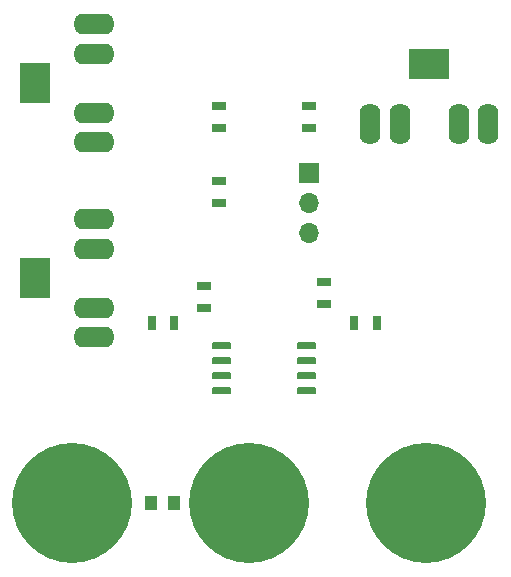
<source format=gbr>
G04 #@! TF.GenerationSoftware,KiCad,Pcbnew,(5.1.2)-1*
G04 #@! TF.CreationDate,2019-05-17T11:10:20-07:00*
G04 #@! TF.ProjectId,VNA2019soundcard,564e4132-3031-4397-936f-756e64636172,rev?*
G04 #@! TF.SameCoordinates,Original*
G04 #@! TF.FileFunction,Soldermask,Top*
G04 #@! TF.FilePolarity,Negative*
%FSLAX46Y46*%
G04 Gerber Fmt 4.6, Leading zero omitted, Abs format (unit mm)*
G04 Created by KiCad (PCBNEW (5.1.2)-1) date 2019-05-17 11:10:20*
%MOMM*%
%LPD*%
G04 APERTURE LIST*
%ADD10O,3.500000X1.750000*%
%ADD11R,2.500000X3.500000*%
%ADD12O,1.750000X3.500000*%
%ADD13R,3.500000X2.500000*%
%ADD14C,10.160000*%
%ADD15C,0.100000*%
%ADD16C,0.600000*%
%ADD17R,0.700000X1.300000*%
%ADD18R,1.300000X0.700000*%
%ADD19R,1.000000X1.250000*%
%ADD20R,1.700000X1.700000*%
%ADD21O,1.700000X1.700000*%
G04 APERTURE END LIST*
D10*
X32620000Y-60920000D03*
X32620000Y-55920000D03*
X32620000Y-63420000D03*
X32620000Y-53420000D03*
D11*
X27614000Y-58420000D03*
D10*
X32620000Y-77430000D03*
X32620000Y-72430000D03*
X32620000Y-79930000D03*
X32620000Y-69930000D03*
D11*
X27614000Y-74930000D03*
D12*
X58460000Y-61830000D03*
X63460000Y-61830000D03*
X55960000Y-61830000D03*
X65960000Y-61830000D03*
D13*
X60960000Y-56824000D03*
D14*
X30730000Y-93980000D03*
X60700000Y-93980000D03*
X45720000Y-93980000D03*
D15*
G36*
X51254703Y-80345722D02*
G01*
X51269264Y-80347882D01*
X51283543Y-80351459D01*
X51297403Y-80356418D01*
X51310710Y-80362712D01*
X51323336Y-80370280D01*
X51335159Y-80379048D01*
X51346066Y-80388934D01*
X51355952Y-80399841D01*
X51364720Y-80411664D01*
X51372288Y-80424290D01*
X51378582Y-80437597D01*
X51383541Y-80451457D01*
X51387118Y-80465736D01*
X51389278Y-80480297D01*
X51390000Y-80495000D01*
X51390000Y-80795000D01*
X51389278Y-80809703D01*
X51387118Y-80824264D01*
X51383541Y-80838543D01*
X51378582Y-80852403D01*
X51372288Y-80865710D01*
X51364720Y-80878336D01*
X51355952Y-80890159D01*
X51346066Y-80901066D01*
X51335159Y-80910952D01*
X51323336Y-80919720D01*
X51310710Y-80927288D01*
X51297403Y-80933582D01*
X51283543Y-80938541D01*
X51269264Y-80942118D01*
X51254703Y-80944278D01*
X51240000Y-80945000D01*
X49940000Y-80945000D01*
X49925297Y-80944278D01*
X49910736Y-80942118D01*
X49896457Y-80938541D01*
X49882597Y-80933582D01*
X49869290Y-80927288D01*
X49856664Y-80919720D01*
X49844841Y-80910952D01*
X49833934Y-80901066D01*
X49824048Y-80890159D01*
X49815280Y-80878336D01*
X49807712Y-80865710D01*
X49801418Y-80852403D01*
X49796459Y-80838543D01*
X49792882Y-80824264D01*
X49790722Y-80809703D01*
X49790000Y-80795000D01*
X49790000Y-80495000D01*
X49790722Y-80480297D01*
X49792882Y-80465736D01*
X49796459Y-80451457D01*
X49801418Y-80437597D01*
X49807712Y-80424290D01*
X49815280Y-80411664D01*
X49824048Y-80399841D01*
X49833934Y-80388934D01*
X49844841Y-80379048D01*
X49856664Y-80370280D01*
X49869290Y-80362712D01*
X49882597Y-80356418D01*
X49896457Y-80351459D01*
X49910736Y-80347882D01*
X49925297Y-80345722D01*
X49940000Y-80345000D01*
X51240000Y-80345000D01*
X51254703Y-80345722D01*
X51254703Y-80345722D01*
G37*
D16*
X50590000Y-80645000D03*
D15*
G36*
X51254703Y-81615722D02*
G01*
X51269264Y-81617882D01*
X51283543Y-81621459D01*
X51297403Y-81626418D01*
X51310710Y-81632712D01*
X51323336Y-81640280D01*
X51335159Y-81649048D01*
X51346066Y-81658934D01*
X51355952Y-81669841D01*
X51364720Y-81681664D01*
X51372288Y-81694290D01*
X51378582Y-81707597D01*
X51383541Y-81721457D01*
X51387118Y-81735736D01*
X51389278Y-81750297D01*
X51390000Y-81765000D01*
X51390000Y-82065000D01*
X51389278Y-82079703D01*
X51387118Y-82094264D01*
X51383541Y-82108543D01*
X51378582Y-82122403D01*
X51372288Y-82135710D01*
X51364720Y-82148336D01*
X51355952Y-82160159D01*
X51346066Y-82171066D01*
X51335159Y-82180952D01*
X51323336Y-82189720D01*
X51310710Y-82197288D01*
X51297403Y-82203582D01*
X51283543Y-82208541D01*
X51269264Y-82212118D01*
X51254703Y-82214278D01*
X51240000Y-82215000D01*
X49940000Y-82215000D01*
X49925297Y-82214278D01*
X49910736Y-82212118D01*
X49896457Y-82208541D01*
X49882597Y-82203582D01*
X49869290Y-82197288D01*
X49856664Y-82189720D01*
X49844841Y-82180952D01*
X49833934Y-82171066D01*
X49824048Y-82160159D01*
X49815280Y-82148336D01*
X49807712Y-82135710D01*
X49801418Y-82122403D01*
X49796459Y-82108543D01*
X49792882Y-82094264D01*
X49790722Y-82079703D01*
X49790000Y-82065000D01*
X49790000Y-81765000D01*
X49790722Y-81750297D01*
X49792882Y-81735736D01*
X49796459Y-81721457D01*
X49801418Y-81707597D01*
X49807712Y-81694290D01*
X49815280Y-81681664D01*
X49824048Y-81669841D01*
X49833934Y-81658934D01*
X49844841Y-81649048D01*
X49856664Y-81640280D01*
X49869290Y-81632712D01*
X49882597Y-81626418D01*
X49896457Y-81621459D01*
X49910736Y-81617882D01*
X49925297Y-81615722D01*
X49940000Y-81615000D01*
X51240000Y-81615000D01*
X51254703Y-81615722D01*
X51254703Y-81615722D01*
G37*
D16*
X50590000Y-81915000D03*
D15*
G36*
X51254703Y-82885722D02*
G01*
X51269264Y-82887882D01*
X51283543Y-82891459D01*
X51297403Y-82896418D01*
X51310710Y-82902712D01*
X51323336Y-82910280D01*
X51335159Y-82919048D01*
X51346066Y-82928934D01*
X51355952Y-82939841D01*
X51364720Y-82951664D01*
X51372288Y-82964290D01*
X51378582Y-82977597D01*
X51383541Y-82991457D01*
X51387118Y-83005736D01*
X51389278Y-83020297D01*
X51390000Y-83035000D01*
X51390000Y-83335000D01*
X51389278Y-83349703D01*
X51387118Y-83364264D01*
X51383541Y-83378543D01*
X51378582Y-83392403D01*
X51372288Y-83405710D01*
X51364720Y-83418336D01*
X51355952Y-83430159D01*
X51346066Y-83441066D01*
X51335159Y-83450952D01*
X51323336Y-83459720D01*
X51310710Y-83467288D01*
X51297403Y-83473582D01*
X51283543Y-83478541D01*
X51269264Y-83482118D01*
X51254703Y-83484278D01*
X51240000Y-83485000D01*
X49940000Y-83485000D01*
X49925297Y-83484278D01*
X49910736Y-83482118D01*
X49896457Y-83478541D01*
X49882597Y-83473582D01*
X49869290Y-83467288D01*
X49856664Y-83459720D01*
X49844841Y-83450952D01*
X49833934Y-83441066D01*
X49824048Y-83430159D01*
X49815280Y-83418336D01*
X49807712Y-83405710D01*
X49801418Y-83392403D01*
X49796459Y-83378543D01*
X49792882Y-83364264D01*
X49790722Y-83349703D01*
X49790000Y-83335000D01*
X49790000Y-83035000D01*
X49790722Y-83020297D01*
X49792882Y-83005736D01*
X49796459Y-82991457D01*
X49801418Y-82977597D01*
X49807712Y-82964290D01*
X49815280Y-82951664D01*
X49824048Y-82939841D01*
X49833934Y-82928934D01*
X49844841Y-82919048D01*
X49856664Y-82910280D01*
X49869290Y-82902712D01*
X49882597Y-82896418D01*
X49896457Y-82891459D01*
X49910736Y-82887882D01*
X49925297Y-82885722D01*
X49940000Y-82885000D01*
X51240000Y-82885000D01*
X51254703Y-82885722D01*
X51254703Y-82885722D01*
G37*
D16*
X50590000Y-83185000D03*
D15*
G36*
X51254703Y-84155722D02*
G01*
X51269264Y-84157882D01*
X51283543Y-84161459D01*
X51297403Y-84166418D01*
X51310710Y-84172712D01*
X51323336Y-84180280D01*
X51335159Y-84189048D01*
X51346066Y-84198934D01*
X51355952Y-84209841D01*
X51364720Y-84221664D01*
X51372288Y-84234290D01*
X51378582Y-84247597D01*
X51383541Y-84261457D01*
X51387118Y-84275736D01*
X51389278Y-84290297D01*
X51390000Y-84305000D01*
X51390000Y-84605000D01*
X51389278Y-84619703D01*
X51387118Y-84634264D01*
X51383541Y-84648543D01*
X51378582Y-84662403D01*
X51372288Y-84675710D01*
X51364720Y-84688336D01*
X51355952Y-84700159D01*
X51346066Y-84711066D01*
X51335159Y-84720952D01*
X51323336Y-84729720D01*
X51310710Y-84737288D01*
X51297403Y-84743582D01*
X51283543Y-84748541D01*
X51269264Y-84752118D01*
X51254703Y-84754278D01*
X51240000Y-84755000D01*
X49940000Y-84755000D01*
X49925297Y-84754278D01*
X49910736Y-84752118D01*
X49896457Y-84748541D01*
X49882597Y-84743582D01*
X49869290Y-84737288D01*
X49856664Y-84729720D01*
X49844841Y-84720952D01*
X49833934Y-84711066D01*
X49824048Y-84700159D01*
X49815280Y-84688336D01*
X49807712Y-84675710D01*
X49801418Y-84662403D01*
X49796459Y-84648543D01*
X49792882Y-84634264D01*
X49790722Y-84619703D01*
X49790000Y-84605000D01*
X49790000Y-84305000D01*
X49790722Y-84290297D01*
X49792882Y-84275736D01*
X49796459Y-84261457D01*
X49801418Y-84247597D01*
X49807712Y-84234290D01*
X49815280Y-84221664D01*
X49824048Y-84209841D01*
X49833934Y-84198934D01*
X49844841Y-84189048D01*
X49856664Y-84180280D01*
X49869290Y-84172712D01*
X49882597Y-84166418D01*
X49896457Y-84161459D01*
X49910736Y-84157882D01*
X49925297Y-84155722D01*
X49940000Y-84155000D01*
X51240000Y-84155000D01*
X51254703Y-84155722D01*
X51254703Y-84155722D01*
G37*
D16*
X50590000Y-84455000D03*
D15*
G36*
X44054703Y-84155722D02*
G01*
X44069264Y-84157882D01*
X44083543Y-84161459D01*
X44097403Y-84166418D01*
X44110710Y-84172712D01*
X44123336Y-84180280D01*
X44135159Y-84189048D01*
X44146066Y-84198934D01*
X44155952Y-84209841D01*
X44164720Y-84221664D01*
X44172288Y-84234290D01*
X44178582Y-84247597D01*
X44183541Y-84261457D01*
X44187118Y-84275736D01*
X44189278Y-84290297D01*
X44190000Y-84305000D01*
X44190000Y-84605000D01*
X44189278Y-84619703D01*
X44187118Y-84634264D01*
X44183541Y-84648543D01*
X44178582Y-84662403D01*
X44172288Y-84675710D01*
X44164720Y-84688336D01*
X44155952Y-84700159D01*
X44146066Y-84711066D01*
X44135159Y-84720952D01*
X44123336Y-84729720D01*
X44110710Y-84737288D01*
X44097403Y-84743582D01*
X44083543Y-84748541D01*
X44069264Y-84752118D01*
X44054703Y-84754278D01*
X44040000Y-84755000D01*
X42740000Y-84755000D01*
X42725297Y-84754278D01*
X42710736Y-84752118D01*
X42696457Y-84748541D01*
X42682597Y-84743582D01*
X42669290Y-84737288D01*
X42656664Y-84729720D01*
X42644841Y-84720952D01*
X42633934Y-84711066D01*
X42624048Y-84700159D01*
X42615280Y-84688336D01*
X42607712Y-84675710D01*
X42601418Y-84662403D01*
X42596459Y-84648543D01*
X42592882Y-84634264D01*
X42590722Y-84619703D01*
X42590000Y-84605000D01*
X42590000Y-84305000D01*
X42590722Y-84290297D01*
X42592882Y-84275736D01*
X42596459Y-84261457D01*
X42601418Y-84247597D01*
X42607712Y-84234290D01*
X42615280Y-84221664D01*
X42624048Y-84209841D01*
X42633934Y-84198934D01*
X42644841Y-84189048D01*
X42656664Y-84180280D01*
X42669290Y-84172712D01*
X42682597Y-84166418D01*
X42696457Y-84161459D01*
X42710736Y-84157882D01*
X42725297Y-84155722D01*
X42740000Y-84155000D01*
X44040000Y-84155000D01*
X44054703Y-84155722D01*
X44054703Y-84155722D01*
G37*
D16*
X43390000Y-84455000D03*
D15*
G36*
X44054703Y-82885722D02*
G01*
X44069264Y-82887882D01*
X44083543Y-82891459D01*
X44097403Y-82896418D01*
X44110710Y-82902712D01*
X44123336Y-82910280D01*
X44135159Y-82919048D01*
X44146066Y-82928934D01*
X44155952Y-82939841D01*
X44164720Y-82951664D01*
X44172288Y-82964290D01*
X44178582Y-82977597D01*
X44183541Y-82991457D01*
X44187118Y-83005736D01*
X44189278Y-83020297D01*
X44190000Y-83035000D01*
X44190000Y-83335000D01*
X44189278Y-83349703D01*
X44187118Y-83364264D01*
X44183541Y-83378543D01*
X44178582Y-83392403D01*
X44172288Y-83405710D01*
X44164720Y-83418336D01*
X44155952Y-83430159D01*
X44146066Y-83441066D01*
X44135159Y-83450952D01*
X44123336Y-83459720D01*
X44110710Y-83467288D01*
X44097403Y-83473582D01*
X44083543Y-83478541D01*
X44069264Y-83482118D01*
X44054703Y-83484278D01*
X44040000Y-83485000D01*
X42740000Y-83485000D01*
X42725297Y-83484278D01*
X42710736Y-83482118D01*
X42696457Y-83478541D01*
X42682597Y-83473582D01*
X42669290Y-83467288D01*
X42656664Y-83459720D01*
X42644841Y-83450952D01*
X42633934Y-83441066D01*
X42624048Y-83430159D01*
X42615280Y-83418336D01*
X42607712Y-83405710D01*
X42601418Y-83392403D01*
X42596459Y-83378543D01*
X42592882Y-83364264D01*
X42590722Y-83349703D01*
X42590000Y-83335000D01*
X42590000Y-83035000D01*
X42590722Y-83020297D01*
X42592882Y-83005736D01*
X42596459Y-82991457D01*
X42601418Y-82977597D01*
X42607712Y-82964290D01*
X42615280Y-82951664D01*
X42624048Y-82939841D01*
X42633934Y-82928934D01*
X42644841Y-82919048D01*
X42656664Y-82910280D01*
X42669290Y-82902712D01*
X42682597Y-82896418D01*
X42696457Y-82891459D01*
X42710736Y-82887882D01*
X42725297Y-82885722D01*
X42740000Y-82885000D01*
X44040000Y-82885000D01*
X44054703Y-82885722D01*
X44054703Y-82885722D01*
G37*
D16*
X43390000Y-83185000D03*
D15*
G36*
X44054703Y-81615722D02*
G01*
X44069264Y-81617882D01*
X44083543Y-81621459D01*
X44097403Y-81626418D01*
X44110710Y-81632712D01*
X44123336Y-81640280D01*
X44135159Y-81649048D01*
X44146066Y-81658934D01*
X44155952Y-81669841D01*
X44164720Y-81681664D01*
X44172288Y-81694290D01*
X44178582Y-81707597D01*
X44183541Y-81721457D01*
X44187118Y-81735736D01*
X44189278Y-81750297D01*
X44190000Y-81765000D01*
X44190000Y-82065000D01*
X44189278Y-82079703D01*
X44187118Y-82094264D01*
X44183541Y-82108543D01*
X44178582Y-82122403D01*
X44172288Y-82135710D01*
X44164720Y-82148336D01*
X44155952Y-82160159D01*
X44146066Y-82171066D01*
X44135159Y-82180952D01*
X44123336Y-82189720D01*
X44110710Y-82197288D01*
X44097403Y-82203582D01*
X44083543Y-82208541D01*
X44069264Y-82212118D01*
X44054703Y-82214278D01*
X44040000Y-82215000D01*
X42740000Y-82215000D01*
X42725297Y-82214278D01*
X42710736Y-82212118D01*
X42696457Y-82208541D01*
X42682597Y-82203582D01*
X42669290Y-82197288D01*
X42656664Y-82189720D01*
X42644841Y-82180952D01*
X42633934Y-82171066D01*
X42624048Y-82160159D01*
X42615280Y-82148336D01*
X42607712Y-82135710D01*
X42601418Y-82122403D01*
X42596459Y-82108543D01*
X42592882Y-82094264D01*
X42590722Y-82079703D01*
X42590000Y-82065000D01*
X42590000Y-81765000D01*
X42590722Y-81750297D01*
X42592882Y-81735736D01*
X42596459Y-81721457D01*
X42601418Y-81707597D01*
X42607712Y-81694290D01*
X42615280Y-81681664D01*
X42624048Y-81669841D01*
X42633934Y-81658934D01*
X42644841Y-81649048D01*
X42656664Y-81640280D01*
X42669290Y-81632712D01*
X42682597Y-81626418D01*
X42696457Y-81621459D01*
X42710736Y-81617882D01*
X42725297Y-81615722D01*
X42740000Y-81615000D01*
X44040000Y-81615000D01*
X44054703Y-81615722D01*
X44054703Y-81615722D01*
G37*
D16*
X43390000Y-81915000D03*
D15*
G36*
X44054703Y-80345722D02*
G01*
X44069264Y-80347882D01*
X44083543Y-80351459D01*
X44097403Y-80356418D01*
X44110710Y-80362712D01*
X44123336Y-80370280D01*
X44135159Y-80379048D01*
X44146066Y-80388934D01*
X44155952Y-80399841D01*
X44164720Y-80411664D01*
X44172288Y-80424290D01*
X44178582Y-80437597D01*
X44183541Y-80451457D01*
X44187118Y-80465736D01*
X44189278Y-80480297D01*
X44190000Y-80495000D01*
X44190000Y-80795000D01*
X44189278Y-80809703D01*
X44187118Y-80824264D01*
X44183541Y-80838543D01*
X44178582Y-80852403D01*
X44172288Y-80865710D01*
X44164720Y-80878336D01*
X44155952Y-80890159D01*
X44146066Y-80901066D01*
X44135159Y-80910952D01*
X44123336Y-80919720D01*
X44110710Y-80927288D01*
X44097403Y-80933582D01*
X44083543Y-80938541D01*
X44069264Y-80942118D01*
X44054703Y-80944278D01*
X44040000Y-80945000D01*
X42740000Y-80945000D01*
X42725297Y-80944278D01*
X42710736Y-80942118D01*
X42696457Y-80938541D01*
X42682597Y-80933582D01*
X42669290Y-80927288D01*
X42656664Y-80919720D01*
X42644841Y-80910952D01*
X42633934Y-80901066D01*
X42624048Y-80890159D01*
X42615280Y-80878336D01*
X42607712Y-80865710D01*
X42601418Y-80852403D01*
X42596459Y-80838543D01*
X42592882Y-80824264D01*
X42590722Y-80809703D01*
X42590000Y-80795000D01*
X42590000Y-80495000D01*
X42590722Y-80480297D01*
X42592882Y-80465736D01*
X42596459Y-80451457D01*
X42601418Y-80437597D01*
X42607712Y-80424290D01*
X42615280Y-80411664D01*
X42624048Y-80399841D01*
X42633934Y-80388934D01*
X42644841Y-80379048D01*
X42656664Y-80370280D01*
X42669290Y-80362712D01*
X42682597Y-80356418D01*
X42696457Y-80351459D01*
X42710736Y-80347882D01*
X42725297Y-80345722D01*
X42740000Y-80345000D01*
X44040000Y-80345000D01*
X44054703Y-80345722D01*
X44054703Y-80345722D01*
G37*
D16*
X43390000Y-80645000D03*
D17*
X56510000Y-78740000D03*
X54610000Y-78740000D03*
D18*
X50800000Y-60330000D03*
X50800000Y-62230000D03*
X52070000Y-75250000D03*
X52070000Y-77150000D03*
X41910000Y-75570000D03*
X41910000Y-77470000D03*
X43180000Y-66680000D03*
X43180000Y-68580000D03*
X43180000Y-60330000D03*
X43180000Y-62230000D03*
D17*
X39370000Y-78740000D03*
X37470000Y-78740000D03*
D19*
X39370000Y-93980000D03*
X37370000Y-93980000D03*
D20*
X50800000Y-66040000D03*
D21*
X50800000Y-68580000D03*
X50800000Y-71120000D03*
M02*

</source>
